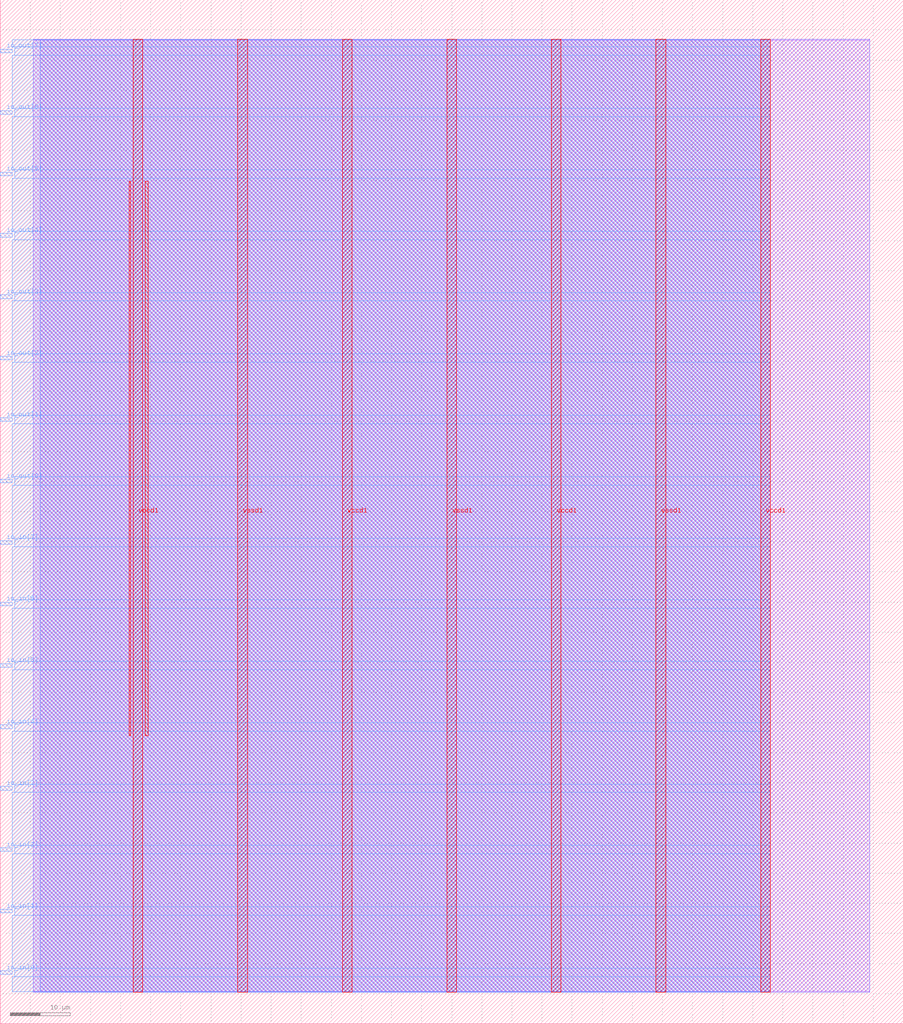
<source format=lef>
VERSION 5.7 ;
  NOWIREEXTENSIONATPIN ON ;
  DIVIDERCHAR "/" ;
  BUSBITCHARS "[]" ;
MACRO user_module_341546888233747026
  CLASS BLOCK ;
  FOREIGN user_module_341546888233747026 ;
  ORIGIN 0.000 0.000 ;
  SIZE 150.000 BY 170.000 ;
  PIN io_in[0]
    DIRECTION INPUT ;
    USE SIGNAL ;
    PORT
      LAYER met3 ;
        RECT 0.000 8.200 2.000 8.800 ;
    END
  END io_in[0]
  PIN io_in[1]
    DIRECTION INPUT ;
    USE SIGNAL ;
    PORT
      LAYER met3 ;
        RECT 0.000 18.400 2.000 19.000 ;
    END
  END io_in[1]
  PIN io_in[2]
    DIRECTION INPUT ;
    USE SIGNAL ;
    PORT
      LAYER met3 ;
        RECT 0.000 28.600 2.000 29.200 ;
    END
  END io_in[2]
  PIN io_in[3]
    DIRECTION INPUT ;
    USE SIGNAL ;
    PORT
      LAYER met3 ;
        RECT 0.000 38.800 2.000 39.400 ;
    END
  END io_in[3]
  PIN io_in[4]
    DIRECTION INPUT ;
    USE SIGNAL ;
    PORT
      LAYER met3 ;
        RECT 0.000 49.000 2.000 49.600 ;
    END
  END io_in[4]
  PIN io_in[5]
    DIRECTION INPUT ;
    USE SIGNAL ;
    PORT
      LAYER met3 ;
        RECT 0.000 59.200 2.000 59.800 ;
    END
  END io_in[5]
  PIN io_in[6]
    DIRECTION INPUT ;
    USE SIGNAL ;
    PORT
      LAYER met3 ;
        RECT 0.000 69.400 2.000 70.000 ;
    END
  END io_in[6]
  PIN io_in[7]
    DIRECTION INPUT ;
    USE SIGNAL ;
    PORT
      LAYER met3 ;
        RECT 0.000 79.600 2.000 80.200 ;
    END
  END io_in[7]
  PIN io_out[0]
    DIRECTION OUTPUT TRISTATE ;
    USE SIGNAL ;
    PORT
      LAYER met3 ;
        RECT 0.000 89.800 2.000 90.400 ;
    END
  END io_out[0]
  PIN io_out[1]
    DIRECTION OUTPUT TRISTATE ;
    USE SIGNAL ;
    PORT
      LAYER met3 ;
        RECT 0.000 100.000 2.000 100.600 ;
    END
  END io_out[1]
  PIN io_out[2]
    DIRECTION OUTPUT TRISTATE ;
    USE SIGNAL ;
    PORT
      LAYER met3 ;
        RECT 0.000 110.200 2.000 110.800 ;
    END
  END io_out[2]
  PIN io_out[3]
    DIRECTION OUTPUT TRISTATE ;
    USE SIGNAL ;
    PORT
      LAYER met3 ;
        RECT 0.000 120.400 2.000 121.000 ;
    END
  END io_out[3]
  PIN io_out[4]
    DIRECTION OUTPUT TRISTATE ;
    USE SIGNAL ;
    PORT
      LAYER met3 ;
        RECT 0.000 130.600 2.000 131.200 ;
    END
  END io_out[4]
  PIN io_out[5]
    DIRECTION OUTPUT TRISTATE ;
    USE SIGNAL ;
    PORT
      LAYER met3 ;
        RECT 0.000 140.800 2.000 141.400 ;
    END
  END io_out[5]
  PIN io_out[6]
    DIRECTION OUTPUT TRISTATE ;
    USE SIGNAL ;
    PORT
      LAYER met3 ;
        RECT 0.000 151.000 2.000 151.600 ;
    END
  END io_out[6]
  PIN io_out[7]
    DIRECTION OUTPUT TRISTATE ;
    USE SIGNAL ;
    PORT
      LAYER met3 ;
        RECT 0.000 161.200 2.000 161.800 ;
    END
  END io_out[7]
  PIN vccd1
    DIRECTION INOUT ;
    USE POWER ;
    PORT
      LAYER met4 ;
        RECT 22.090 5.200 23.690 163.440 ;
    END
    PORT
      LAYER met4 ;
        RECT 56.830 5.200 58.430 163.440 ;
    END
    PORT
      LAYER met4 ;
        RECT 91.570 5.200 93.170 163.440 ;
    END
    PORT
      LAYER met4 ;
        RECT 126.310 5.200 127.910 163.440 ;
    END
  END vccd1
  PIN vssd1
    DIRECTION INOUT ;
    USE GROUND ;
    PORT
      LAYER met4 ;
        RECT 39.460 5.200 41.060 163.440 ;
    END
    PORT
      LAYER met4 ;
        RECT 74.200 5.200 75.800 163.440 ;
    END
    PORT
      LAYER met4 ;
        RECT 108.940 5.200 110.540 163.440 ;
    END
  END vssd1
  OBS
      LAYER li1 ;
        RECT 5.520 5.355 144.440 163.285 ;
      LAYER met1 ;
        RECT 5.520 5.200 144.440 163.440 ;
      LAYER met2 ;
        RECT 6.600 5.255 127.880 163.385 ;
      LAYER met3 ;
        RECT 2.000 162.200 127.900 163.365 ;
        RECT 2.400 160.800 127.900 162.200 ;
        RECT 2.000 152.000 127.900 160.800 ;
        RECT 2.400 150.600 127.900 152.000 ;
        RECT 2.000 141.800 127.900 150.600 ;
        RECT 2.400 140.400 127.900 141.800 ;
        RECT 2.000 131.600 127.900 140.400 ;
        RECT 2.400 130.200 127.900 131.600 ;
        RECT 2.000 121.400 127.900 130.200 ;
        RECT 2.400 120.000 127.900 121.400 ;
        RECT 2.000 111.200 127.900 120.000 ;
        RECT 2.400 109.800 127.900 111.200 ;
        RECT 2.000 101.000 127.900 109.800 ;
        RECT 2.400 99.600 127.900 101.000 ;
        RECT 2.000 90.800 127.900 99.600 ;
        RECT 2.400 89.400 127.900 90.800 ;
        RECT 2.000 80.600 127.900 89.400 ;
        RECT 2.400 79.200 127.900 80.600 ;
        RECT 2.000 70.400 127.900 79.200 ;
        RECT 2.400 69.000 127.900 70.400 ;
        RECT 2.000 60.200 127.900 69.000 ;
        RECT 2.400 58.800 127.900 60.200 ;
        RECT 2.000 50.000 127.900 58.800 ;
        RECT 2.400 48.600 127.900 50.000 ;
        RECT 2.000 39.800 127.900 48.600 ;
        RECT 2.400 38.400 127.900 39.800 ;
        RECT 2.000 29.600 127.900 38.400 ;
        RECT 2.400 28.200 127.900 29.600 ;
        RECT 2.000 19.400 127.900 28.200 ;
        RECT 2.400 18.000 127.900 19.400 ;
        RECT 2.000 9.200 127.900 18.000 ;
        RECT 2.400 7.800 127.900 9.200 ;
        RECT 2.000 5.275 127.900 7.800 ;
      LAYER met4 ;
        RECT 21.455 47.775 21.690 139.905 ;
        RECT 24.090 47.775 24.545 139.905 ;
  END
END user_module_341546888233747026
END LIBRARY


</source>
